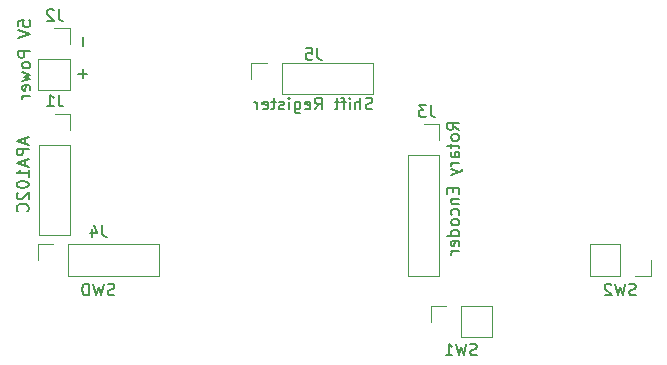
<source format=gbr>
%TF.GenerationSoftware,KiCad,Pcbnew,(5.1.9)-1*%
%TF.CreationDate,2021-04-28T17:58:15+02:00*%
%TF.ProjectId,Hoofdbord,486f6f66-6462-46f7-9264-2e6b69636164,rev?*%
%TF.SameCoordinates,Original*%
%TF.FileFunction,Legend,Bot*%
%TF.FilePolarity,Positive*%
%FSLAX46Y46*%
G04 Gerber Fmt 4.6, Leading zero omitted, Abs format (unit mm)*
G04 Created by KiCad (PCBNEW (5.1.9)-1) date 2021-04-28 17:58:15*
%MOMM*%
%LPD*%
G01*
G04 APERTURE LIST*
%ADD10C,0.120000*%
%ADD11C,0.150000*%
G04 APERTURE END LIST*
D10*
%TO.C,J5*%
X4886000Y9712000D02*
X4886000Y7052000D01*
X-2794000Y9712000D02*
X4886000Y9712000D01*
X-2794000Y7052000D02*
X4886000Y7052000D01*
X-2794000Y9712000D02*
X-2794000Y7052000D01*
X-4064000Y9712000D02*
X-5394000Y9712000D01*
X-5394000Y9712000D02*
X-5394000Y8382000D01*
%TO.C,SW2*%
X23244500Y-8315000D02*
X23244500Y-5655000D01*
X25844500Y-8315000D02*
X23244500Y-8315000D01*
X25844500Y-5655000D02*
X23244500Y-5655000D01*
X25844500Y-8315000D02*
X25844500Y-5655000D01*
X27114500Y-8315000D02*
X28444500Y-8315000D01*
X28444500Y-8315000D02*
X28444500Y-6985000D01*
%TO.C,J3*%
X10537500Y-8315000D02*
X7877500Y-8315000D01*
X10537500Y1905000D02*
X10537500Y-8315000D01*
X7877500Y1905000D02*
X7877500Y-8315000D01*
X10537500Y1905000D02*
X7877500Y1905000D01*
X10537500Y3175000D02*
X10537500Y4505000D01*
X10537500Y4505000D02*
X9207500Y4505000D01*
%TO.C,J4*%
X-13211500Y-5655000D02*
X-13211500Y-8315000D01*
X-20891500Y-5655000D02*
X-13211500Y-5655000D01*
X-20891500Y-8315000D02*
X-13211500Y-8315000D01*
X-20891500Y-5655000D02*
X-20891500Y-8315000D01*
X-22161500Y-5655000D02*
X-23491500Y-5655000D01*
X-23491500Y-5655000D02*
X-23491500Y-6985000D01*
%TO.C,SW1*%
X14982500Y-10862000D02*
X14982500Y-13522000D01*
X12382500Y-10862000D02*
X14982500Y-10862000D01*
X12382500Y-13522000D02*
X14982500Y-13522000D01*
X12382500Y-10862000D02*
X12382500Y-13522000D01*
X11112500Y-10862000D02*
X9782500Y-10862000D01*
X9782500Y-10862000D02*
X9782500Y-12192000D01*
%TO.C,J1*%
X-20704500Y5394000D02*
X-22034500Y5394000D01*
X-20704500Y4064000D02*
X-20704500Y5394000D01*
X-20704500Y2794000D02*
X-23364500Y2794000D01*
X-23364500Y2794000D02*
X-23364500Y-4886000D01*
X-20704500Y2794000D02*
X-20704500Y-4886000D01*
X-20704500Y-4886000D02*
X-23364500Y-4886000D01*
%TO.C,J2*%
X-20768000Y7433000D02*
X-23428000Y7433000D01*
X-20768000Y10033000D02*
X-20768000Y7433000D01*
X-23428000Y10033000D02*
X-23428000Y7433000D01*
X-20768000Y10033000D02*
X-23428000Y10033000D01*
X-20768000Y11303000D02*
X-20768000Y12633000D01*
X-20768000Y12633000D02*
X-22098000Y12633000D01*
%TO.C,J5*%
D11*
X206333Y10961619D02*
X206333Y10247333D01*
X253952Y10104476D01*
X349190Y10009238D01*
X492047Y9961619D01*
X587285Y9961619D01*
X-746047Y10961619D02*
X-269857Y10961619D01*
X-222238Y10485428D01*
X-269857Y10533047D01*
X-365095Y10580666D01*
X-603190Y10580666D01*
X-698428Y10533047D01*
X-746047Y10485428D01*
X-793666Y10390190D01*
X-793666Y10152095D01*
X-746047Y10056857D01*
X-698428Y10009238D01*
X-603190Y9961619D01*
X-365095Y9961619D01*
X-269857Y10009238D01*
X-222238Y10056857D01*
X4849190Y5818238D02*
X4706333Y5770619D01*
X4468238Y5770619D01*
X4373000Y5818238D01*
X4325380Y5865857D01*
X4277761Y5961095D01*
X4277761Y6056333D01*
X4325380Y6151571D01*
X4373000Y6199190D01*
X4468238Y6246809D01*
X4658714Y6294428D01*
X4753952Y6342047D01*
X4801571Y6389666D01*
X4849190Y6484904D01*
X4849190Y6580142D01*
X4801571Y6675380D01*
X4753952Y6723000D01*
X4658714Y6770619D01*
X4420619Y6770619D01*
X4277761Y6723000D01*
X3849190Y5770619D02*
X3849190Y6770619D01*
X3420619Y5770619D02*
X3420619Y6294428D01*
X3468238Y6389666D01*
X3563476Y6437285D01*
X3706333Y6437285D01*
X3801571Y6389666D01*
X3849190Y6342047D01*
X2944428Y5770619D02*
X2944428Y6437285D01*
X2944428Y6770619D02*
X2992047Y6723000D01*
X2944428Y6675380D01*
X2896809Y6723000D01*
X2944428Y6770619D01*
X2944428Y6675380D01*
X2611095Y6437285D02*
X2230142Y6437285D01*
X2468238Y5770619D02*
X2468238Y6627761D01*
X2420619Y6723000D01*
X2325380Y6770619D01*
X2230142Y6770619D01*
X2039666Y6437285D02*
X1658714Y6437285D01*
X1896809Y6770619D02*
X1896809Y5913476D01*
X1849190Y5818238D01*
X1753952Y5770619D01*
X1658714Y5770619D01*
X-7952Y5770619D02*
X325380Y6246809D01*
X563476Y5770619D02*
X563476Y6770619D01*
X182523Y6770619D01*
X87285Y6723000D01*
X39666Y6675380D01*
X-7952Y6580142D01*
X-7952Y6437285D01*
X39666Y6342047D01*
X87285Y6294428D01*
X182523Y6246809D01*
X563476Y6246809D01*
X-817476Y5818238D02*
X-722238Y5770619D01*
X-531761Y5770619D01*
X-436523Y5818238D01*
X-388904Y5913476D01*
X-388904Y6294428D01*
X-436523Y6389666D01*
X-531761Y6437285D01*
X-722238Y6437285D01*
X-817476Y6389666D01*
X-865095Y6294428D01*
X-865095Y6199190D01*
X-388904Y6103952D01*
X-1722238Y6437285D02*
X-1722238Y5627761D01*
X-1674619Y5532523D01*
X-1626999Y5484904D01*
X-1531761Y5437285D01*
X-1388904Y5437285D01*
X-1293666Y5484904D01*
X-1722238Y5818238D02*
X-1626999Y5770619D01*
X-1436523Y5770619D01*
X-1341285Y5818238D01*
X-1293666Y5865857D01*
X-1246047Y5961095D01*
X-1246047Y6246809D01*
X-1293666Y6342047D01*
X-1341285Y6389666D01*
X-1436523Y6437285D01*
X-1626999Y6437285D01*
X-1722238Y6389666D01*
X-2198428Y5770619D02*
X-2198428Y6437285D01*
X-2198428Y6770619D02*
X-2150809Y6723000D01*
X-2198428Y6675380D01*
X-2246047Y6723000D01*
X-2198428Y6770619D01*
X-2198428Y6675380D01*
X-2626999Y5818238D02*
X-2722238Y5770619D01*
X-2912714Y5770619D01*
X-3007952Y5818238D01*
X-3055571Y5913476D01*
X-3055571Y5961095D01*
X-3007952Y6056333D01*
X-2912714Y6103952D01*
X-2769857Y6103952D01*
X-2674619Y6151571D01*
X-2626999Y6246809D01*
X-2626999Y6294428D01*
X-2674619Y6389666D01*
X-2769857Y6437285D01*
X-2912714Y6437285D01*
X-3007952Y6389666D01*
X-3341285Y6437285D02*
X-3722238Y6437285D01*
X-3484142Y6770619D02*
X-3484142Y5913476D01*
X-3531761Y5818238D01*
X-3626999Y5770619D01*
X-3722238Y5770619D01*
X-4436523Y5818238D02*
X-4341285Y5770619D01*
X-4150809Y5770619D01*
X-4055571Y5818238D01*
X-4007952Y5913476D01*
X-4007952Y6294428D01*
X-4055571Y6389666D01*
X-4150809Y6437285D01*
X-4341285Y6437285D01*
X-4436523Y6389666D01*
X-4484142Y6294428D01*
X-4484142Y6199190D01*
X-4007952Y6103952D01*
X-4912714Y5770619D02*
X-4912714Y6437285D01*
X-4912714Y6246809D02*
X-4960333Y6342047D01*
X-5007952Y6389666D01*
X-5103190Y6437285D01*
X-5198428Y6437285D01*
%TO.C,SW2*%
X27177833Y-9929761D02*
X27034976Y-9977380D01*
X26796880Y-9977380D01*
X26701642Y-9929761D01*
X26654023Y-9882142D01*
X26606404Y-9786904D01*
X26606404Y-9691666D01*
X26654023Y-9596428D01*
X26701642Y-9548809D01*
X26796880Y-9501190D01*
X26987357Y-9453571D01*
X27082595Y-9405952D01*
X27130214Y-9358333D01*
X27177833Y-9263095D01*
X27177833Y-9167857D01*
X27130214Y-9072619D01*
X27082595Y-9025000D01*
X26987357Y-8977380D01*
X26749261Y-8977380D01*
X26606404Y-9025000D01*
X26273071Y-8977380D02*
X26034976Y-9977380D01*
X25844500Y-9263095D01*
X25654023Y-9977380D01*
X25415928Y-8977380D01*
X25082595Y-9072619D02*
X25034976Y-9025000D01*
X24939738Y-8977380D01*
X24701642Y-8977380D01*
X24606404Y-9025000D01*
X24558785Y-9072619D01*
X24511166Y-9167857D01*
X24511166Y-9263095D01*
X24558785Y-9405952D01*
X25130214Y-9977380D01*
X24511166Y-9977380D01*
%TO.C,J3*%
X9794833Y6135619D02*
X9794833Y5421333D01*
X9842452Y5278476D01*
X9937690Y5183238D01*
X10080547Y5135619D01*
X10175785Y5135619D01*
X9413880Y6135619D02*
X8794833Y6135619D01*
X9128166Y5754666D01*
X8985309Y5754666D01*
X8890071Y5707047D01*
X8842452Y5659428D01*
X8794833Y5564190D01*
X8794833Y5326095D01*
X8842452Y5230857D01*
X8890071Y5183238D01*
X8985309Y5135619D01*
X9271023Y5135619D01*
X9366261Y5183238D01*
X9413880Y5230857D01*
X12199880Y4039571D02*
X11723690Y4372904D01*
X12199880Y4611000D02*
X11199880Y4611000D01*
X11199880Y4230047D01*
X11247500Y4134809D01*
X11295119Y4087190D01*
X11390357Y4039571D01*
X11533214Y4039571D01*
X11628452Y4087190D01*
X11676071Y4134809D01*
X11723690Y4230047D01*
X11723690Y4611000D01*
X12199880Y3468142D02*
X12152261Y3563380D01*
X12104642Y3611000D01*
X12009404Y3658619D01*
X11723690Y3658619D01*
X11628452Y3611000D01*
X11580833Y3563380D01*
X11533214Y3468142D01*
X11533214Y3325285D01*
X11580833Y3230047D01*
X11628452Y3182428D01*
X11723690Y3134809D01*
X12009404Y3134809D01*
X12104642Y3182428D01*
X12152261Y3230047D01*
X12199880Y3325285D01*
X12199880Y3468142D01*
X11533214Y2849095D02*
X11533214Y2468142D01*
X11199880Y2706238D02*
X12057023Y2706238D01*
X12152261Y2658619D01*
X12199880Y2563380D01*
X12199880Y2468142D01*
X12199880Y1706238D02*
X11676071Y1706238D01*
X11580833Y1753857D01*
X11533214Y1849095D01*
X11533214Y2039571D01*
X11580833Y2134809D01*
X12152261Y1706238D02*
X12199880Y1801476D01*
X12199880Y2039571D01*
X12152261Y2134809D01*
X12057023Y2182428D01*
X11961785Y2182428D01*
X11866547Y2134809D01*
X11818928Y2039571D01*
X11818928Y1801476D01*
X11771309Y1706238D01*
X12199880Y1230047D02*
X11533214Y1230047D01*
X11723690Y1230047D02*
X11628452Y1182428D01*
X11580833Y1134809D01*
X11533214Y1039571D01*
X11533214Y944333D01*
X11533214Y706238D02*
X12199880Y468142D01*
X11533214Y230047D02*
X12199880Y468142D01*
X12437976Y563380D01*
X12485595Y611000D01*
X12533214Y706238D01*
X11676071Y-912809D02*
X11676071Y-1246142D01*
X12199880Y-1389000D02*
X12199880Y-912809D01*
X11199880Y-912809D01*
X11199880Y-1389000D01*
X11533214Y-1817571D02*
X12199880Y-1817571D01*
X11628452Y-1817571D02*
X11580833Y-1865190D01*
X11533214Y-1960428D01*
X11533214Y-2103285D01*
X11580833Y-2198523D01*
X11676071Y-2246142D01*
X12199880Y-2246142D01*
X12152261Y-3150904D02*
X12199880Y-3055666D01*
X12199880Y-2865190D01*
X12152261Y-2769952D01*
X12104642Y-2722333D01*
X12009404Y-2674714D01*
X11723690Y-2674714D01*
X11628452Y-2722333D01*
X11580833Y-2769952D01*
X11533214Y-2865190D01*
X11533214Y-3055666D01*
X11580833Y-3150904D01*
X12199880Y-3722333D02*
X12152261Y-3627095D01*
X12104642Y-3579476D01*
X12009404Y-3531857D01*
X11723690Y-3531857D01*
X11628452Y-3579476D01*
X11580833Y-3627095D01*
X11533214Y-3722333D01*
X11533214Y-3865190D01*
X11580833Y-3960428D01*
X11628452Y-4008047D01*
X11723690Y-4055666D01*
X12009404Y-4055666D01*
X12104642Y-4008047D01*
X12152261Y-3960428D01*
X12199880Y-3865190D01*
X12199880Y-3722333D01*
X12199880Y-4912809D02*
X11199880Y-4912809D01*
X12152261Y-4912809D02*
X12199880Y-4817571D01*
X12199880Y-4627095D01*
X12152261Y-4531857D01*
X12104642Y-4484238D01*
X12009404Y-4436619D01*
X11723690Y-4436619D01*
X11628452Y-4484238D01*
X11580833Y-4531857D01*
X11533214Y-4627095D01*
X11533214Y-4817571D01*
X11580833Y-4912809D01*
X12152261Y-5769952D02*
X12199880Y-5674714D01*
X12199880Y-5484238D01*
X12152261Y-5389000D01*
X12057023Y-5341380D01*
X11676071Y-5341380D01*
X11580833Y-5389000D01*
X11533214Y-5484238D01*
X11533214Y-5674714D01*
X11580833Y-5769952D01*
X11676071Y-5817571D01*
X11771309Y-5817571D01*
X11866547Y-5341380D01*
X12199880Y-6246142D02*
X11533214Y-6246142D01*
X11723690Y-6246142D02*
X11628452Y-6293761D01*
X11580833Y-6341380D01*
X11533214Y-6436619D01*
X11533214Y-6531857D01*
%TO.C,J4*%
X-18018166Y-4024380D02*
X-18018166Y-4738666D01*
X-17970547Y-4881523D01*
X-17875309Y-4976761D01*
X-17732452Y-5024380D01*
X-17637214Y-5024380D01*
X-18922928Y-4357714D02*
X-18922928Y-5024380D01*
X-18684833Y-3976761D02*
X-18446738Y-4691047D01*
X-19065785Y-4691047D01*
X-16994357Y-9929761D02*
X-17137214Y-9977380D01*
X-17375309Y-9977380D01*
X-17470547Y-9929761D01*
X-17518166Y-9882142D01*
X-17565785Y-9786904D01*
X-17565785Y-9691666D01*
X-17518166Y-9596428D01*
X-17470547Y-9548809D01*
X-17375309Y-9501190D01*
X-17184833Y-9453571D01*
X-17089595Y-9405952D01*
X-17041976Y-9358333D01*
X-16994357Y-9263095D01*
X-16994357Y-9167857D01*
X-17041976Y-9072619D01*
X-17089595Y-9025000D01*
X-17184833Y-8977380D01*
X-17422928Y-8977380D01*
X-17565785Y-9025000D01*
X-17899119Y-8977380D02*
X-18137214Y-9977380D01*
X-18327690Y-9263095D01*
X-18518166Y-9977380D01*
X-18756261Y-8977380D01*
X-19137214Y-9977380D02*
X-19137214Y-8977380D01*
X-19375309Y-8977380D01*
X-19518166Y-9025000D01*
X-19613404Y-9120238D01*
X-19661023Y-9215476D01*
X-19708642Y-9405952D01*
X-19708642Y-9548809D01*
X-19661023Y-9739285D01*
X-19613404Y-9834523D01*
X-19518166Y-9929761D01*
X-19375309Y-9977380D01*
X-19137214Y-9977380D01*
%TO.C,SW1*%
X13715833Y-15009761D02*
X13572976Y-15057380D01*
X13334880Y-15057380D01*
X13239642Y-15009761D01*
X13192023Y-14962142D01*
X13144404Y-14866904D01*
X13144404Y-14771666D01*
X13192023Y-14676428D01*
X13239642Y-14628809D01*
X13334880Y-14581190D01*
X13525357Y-14533571D01*
X13620595Y-14485952D01*
X13668214Y-14438333D01*
X13715833Y-14343095D01*
X13715833Y-14247857D01*
X13668214Y-14152619D01*
X13620595Y-14105000D01*
X13525357Y-14057380D01*
X13287261Y-14057380D01*
X13144404Y-14105000D01*
X12811071Y-14057380D02*
X12572976Y-15057380D01*
X12382500Y-14343095D01*
X12192023Y-15057380D01*
X11953928Y-14057380D01*
X11049166Y-15057380D02*
X11620595Y-15057380D01*
X11334880Y-15057380D02*
X11334880Y-14057380D01*
X11430119Y-14200238D01*
X11525357Y-14295476D01*
X11620595Y-14343095D01*
%TO.C,J1*%
X-21701166Y7024619D02*
X-21701166Y6310333D01*
X-21653547Y6167476D01*
X-21558309Y6072238D01*
X-21415452Y6024619D01*
X-21320214Y6024619D01*
X-22701166Y6024619D02*
X-22129738Y6024619D01*
X-22415452Y6024619D02*
X-22415452Y7024619D01*
X-22320214Y6881761D01*
X-22224976Y6786523D01*
X-22129738Y6738904D01*
X-24534833Y3349238D02*
X-24534833Y2873047D01*
X-24249119Y3444476D02*
X-25249119Y3111142D01*
X-24249119Y2777809D01*
X-24249119Y2444476D02*
X-25249119Y2444476D01*
X-25249119Y2063523D01*
X-25201500Y1968285D01*
X-25153880Y1920666D01*
X-25058642Y1873047D01*
X-24915785Y1873047D01*
X-24820547Y1920666D01*
X-24772928Y1968285D01*
X-24725309Y2063523D01*
X-24725309Y2444476D01*
X-24534833Y1492095D02*
X-24534833Y1015904D01*
X-24249119Y1587333D02*
X-25249119Y1254000D01*
X-24249119Y920666D01*
X-24249119Y63523D02*
X-24249119Y634952D01*
X-24249119Y349238D02*
X-25249119Y349238D01*
X-25106261Y444476D01*
X-25011023Y539714D01*
X-24963404Y634952D01*
X-25249119Y-555523D02*
X-25249119Y-650761D01*
X-25201500Y-746000D01*
X-25153880Y-793619D01*
X-25058642Y-841238D01*
X-24868166Y-888857D01*
X-24630071Y-888857D01*
X-24439595Y-841238D01*
X-24344357Y-793619D01*
X-24296738Y-746000D01*
X-24249119Y-650761D01*
X-24249119Y-555523D01*
X-24296738Y-460285D01*
X-24344357Y-412666D01*
X-24439595Y-365047D01*
X-24630071Y-317428D01*
X-24868166Y-317428D01*
X-25058642Y-365047D01*
X-25153880Y-412666D01*
X-25201500Y-460285D01*
X-25249119Y-555523D01*
X-25153880Y-1269809D02*
X-25201500Y-1317428D01*
X-25249119Y-1412666D01*
X-25249119Y-1650761D01*
X-25201500Y-1746000D01*
X-25153880Y-1793619D01*
X-25058642Y-1841238D01*
X-24963404Y-1841238D01*
X-24820547Y-1793619D01*
X-24249119Y-1222190D01*
X-24249119Y-1841238D01*
X-24344357Y-2841238D02*
X-24296738Y-2793619D01*
X-24249119Y-2650761D01*
X-24249119Y-2555523D01*
X-24296738Y-2412666D01*
X-24391976Y-2317428D01*
X-24487214Y-2269809D01*
X-24677690Y-2222190D01*
X-24820547Y-2222190D01*
X-25011023Y-2269809D01*
X-25106261Y-2317428D01*
X-25201500Y-2412666D01*
X-25249119Y-2555523D01*
X-25249119Y-2650761D01*
X-25201500Y-2793619D01*
X-25153880Y-2841238D01*
%TO.C,J2*%
X-21701166Y14263619D02*
X-21701166Y13549333D01*
X-21653547Y13406476D01*
X-21558309Y13311238D01*
X-21415452Y13263619D01*
X-21320214Y13263619D01*
X-22129738Y14168380D02*
X-22177357Y14216000D01*
X-22272595Y14263619D01*
X-22510690Y14263619D01*
X-22605928Y14216000D01*
X-22653547Y14168380D01*
X-22701166Y14073142D01*
X-22701166Y13977904D01*
X-22653547Y13835047D01*
X-22082119Y13263619D01*
X-22701166Y13263619D01*
X-25122119Y12818714D02*
X-25122119Y13294904D01*
X-24645928Y13342523D01*
X-24693547Y13294904D01*
X-24741166Y13199666D01*
X-24741166Y12961571D01*
X-24693547Y12866333D01*
X-24645928Y12818714D01*
X-24550690Y12771095D01*
X-24312595Y12771095D01*
X-24217357Y12818714D01*
X-24169738Y12866333D01*
X-24122119Y12961571D01*
X-24122119Y13199666D01*
X-24169738Y13294904D01*
X-24217357Y13342523D01*
X-25122119Y12485380D02*
X-24122119Y12152047D01*
X-25122119Y11818714D01*
X-24122119Y10723476D02*
X-25122119Y10723476D01*
X-25122119Y10342523D01*
X-25074500Y10247285D01*
X-25026880Y10199666D01*
X-24931642Y10152047D01*
X-24788785Y10152047D01*
X-24693547Y10199666D01*
X-24645928Y10247285D01*
X-24598309Y10342523D01*
X-24598309Y10723476D01*
X-24122119Y9580619D02*
X-24169738Y9675857D01*
X-24217357Y9723476D01*
X-24312595Y9771095D01*
X-24598309Y9771095D01*
X-24693547Y9723476D01*
X-24741166Y9675857D01*
X-24788785Y9580619D01*
X-24788785Y9437761D01*
X-24741166Y9342523D01*
X-24693547Y9294904D01*
X-24598309Y9247285D01*
X-24312595Y9247285D01*
X-24217357Y9294904D01*
X-24169738Y9342523D01*
X-24122119Y9437761D01*
X-24122119Y9580619D01*
X-24788785Y8913952D02*
X-24122119Y8723476D01*
X-24598309Y8533000D01*
X-24122119Y8342523D01*
X-24788785Y8152047D01*
X-24169738Y7390142D02*
X-24122119Y7485380D01*
X-24122119Y7675857D01*
X-24169738Y7771095D01*
X-24264976Y7818714D01*
X-24645928Y7818714D01*
X-24741166Y7771095D01*
X-24788785Y7675857D01*
X-24788785Y7485380D01*
X-24741166Y7390142D01*
X-24645928Y7342523D01*
X-24550690Y7342523D01*
X-24455452Y7818714D01*
X-24122119Y6913952D02*
X-24788785Y6913952D01*
X-24598309Y6913952D02*
X-24693547Y6866333D01*
X-24741166Y6818714D01*
X-24788785Y6723476D01*
X-24788785Y6628238D01*
X-19677071Y11921904D02*
X-19677071Y11160000D01*
X-19677071Y9160000D02*
X-19677071Y8398095D01*
X-19296119Y8779047D02*
X-20058023Y8779047D01*
%TD*%
M02*

</source>
